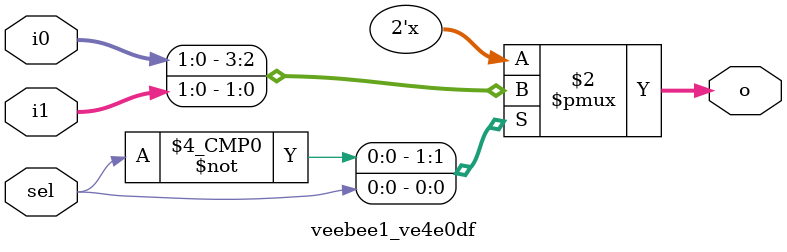
<source format=v>

`default_nettype none

module main (
 output [0:7] vinit
);
 veebee1 v680557 (
 
 );
 assign vinit = 8'b00000000;
endmodule

/*-------------------------------------------------*/
/*--   */
/*-- - - - - - - - - - - - - - - - - - - - - - - --*/
/*-- 
/*-------------------------------------------------*/
//---- Top entity
module veebee1 (
 input [1:0] vc9d156,
 input [1:0] v340b68,
 input v50d6c6,
 output [1:0] v7fb9b3
);
 wire w0;
 wire [0:1] w1;
 wire [0:1] w2;
 wire [0:1] w3;
 assign w0 = v50d6c6;
 assign v7fb9b3 = w1;
 assign w2 = vc9d156;
 assign w3 = v340b68;
 veebee1_ve4e0df ve4e0df (
  .sel(w0),
  .o(w1),
  .i1(w2),
  .i0(w3)
 );
endmodule

/*-------------------------------------------------*/
/*-- Mux 2 a 1 de 2 bits  */
/*-- - - - - - - - - - - - - - - - - - - - - - - --*/
/*-- Multiplexor de 2 a 1 de 2 bits
/*-------------------------------------------------*/

module veebee1_ve4e0df (
 input [1:0] i1,
 input [1:0] i0,
 input sel,
 output [1:0] o
);
 //-- Multiplexor de 2 a 1, 
 //-- de 2 bits
 
 reg [1:0] o;
 
 always @(*) begin
     case(sel)
         0: o = i0;
         1: o = i1;
         default: o = i0;
     endcase
 end
 
 
endmodule

</source>
